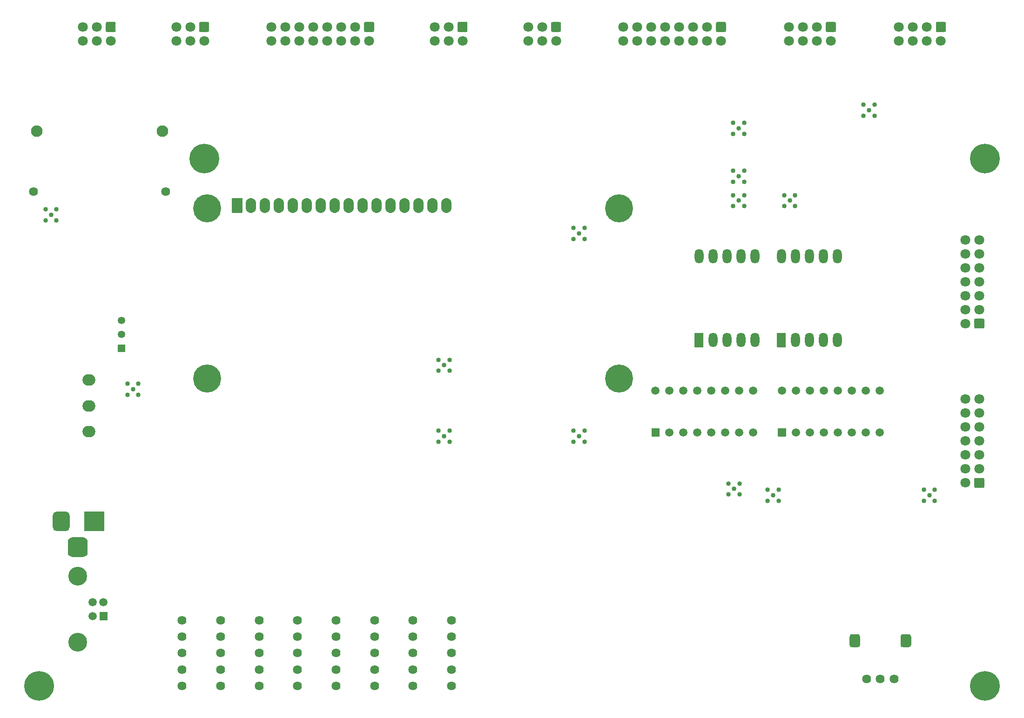
<source format=gbr>
G04 #@! TF.GenerationSoftware,KiCad,Pcbnew,(5.1.8)-1*
G04 #@! TF.CreationDate,2021-01-23T12:46:18+07:00*
G04 #@! TF.ProjectId,digitalSystemBoard,64696769-7461-46c5-9379-7374656d426f,rev?*
G04 #@! TF.SameCoordinates,PX2faf080PY9896800*
G04 #@! TF.FileFunction,Soldermask,Bot*
G04 #@! TF.FilePolarity,Negative*
%FSLAX46Y46*%
G04 Gerber Fmt 4.6, Leading zero omitted, Abs format (unit mm)*
G04 Created by KiCad (PCBNEW (5.1.8)-1) date 2021-01-23 12:46:18*
%MOMM*%
%LPD*%
G01*
G04 APERTURE LIST*
%ADD10O,2.352000X2.102000*%
%ADD11C,0.852000*%
%ADD12C,2.102000*%
%ADD13C,5.102000*%
%ADD14O,1.902000X2.702000*%
%ADD15O,1.626000X2.626000*%
%ADD16C,1.802000*%
%ADD17C,1.499000*%
%ADD18C,1.626000*%
%ADD19C,1.350000*%
%ADD20C,5.402000*%
%ADD21C,1.510000*%
%ADD22C,3.418000*%
%ADD23C,0.150000*%
G04 APERTURE END LIST*
D10*
X13000000Y50300000D03*
X13000000Y59700000D03*
X13000000Y55000000D03*
D11*
X21050000Y58050000D03*
X22050000Y59050000D03*
X20050000Y59050000D03*
X20050000Y57050000D03*
X22050000Y57050000D03*
X7150000Y88800000D03*
X5150000Y88800000D03*
X5150000Y90800000D03*
X7150000Y90800000D03*
X6150000Y89800000D03*
D12*
X3550000Y105000000D03*
X26450000Y105000000D03*
D13*
X109500000Y91000000D03*
X109500000Y60000000D03*
X34500000Y60000000D03*
X34500000Y91000000D03*
D14*
X78100000Y91500000D03*
X75560000Y91500000D03*
X73020000Y91500000D03*
X70480000Y91500000D03*
X67940000Y91500000D03*
X65400000Y91500000D03*
X62860000Y91500000D03*
X60320000Y91500000D03*
X57780000Y91500000D03*
X55240000Y91500000D03*
X52700000Y91500000D03*
X50160000Y91500000D03*
X47620000Y91500000D03*
X45080000Y91500000D03*
X42540000Y91500000D03*
G36*
G01*
X39049000Y90200000D02*
X39049000Y92800000D01*
G75*
G02*
X39100000Y92851000I51000J0D01*
G01*
X40900000Y92851000D01*
G75*
G02*
X40951000Y92800000I0J-51000D01*
G01*
X40951000Y90200000D01*
G75*
G02*
X40900000Y90149000I-51000J0D01*
G01*
X39100000Y90149000D01*
G75*
G02*
X39049000Y90200000I0J51000D01*
G01*
G37*
D11*
X77660000Y49470000D03*
X78660000Y50470000D03*
X76660000Y50470000D03*
X76660000Y48470000D03*
X78660000Y48470000D03*
X103210000Y48470000D03*
X101210000Y48470000D03*
X101210000Y50470000D03*
X103210000Y50470000D03*
X102210000Y49470000D03*
X130370000Y39890000D03*
X131370000Y40890000D03*
X129370000Y40890000D03*
X129370000Y38890000D03*
X131370000Y38890000D03*
X137470000Y38750000D03*
X138470000Y39750000D03*
X136470000Y39750000D03*
X136470000Y37750000D03*
X138470000Y37750000D03*
X166910000Y37750000D03*
X164910000Y37750000D03*
X164910000Y39750000D03*
X166910000Y39750000D03*
X165910000Y38750000D03*
X78660000Y61420000D03*
X76660000Y61420000D03*
X76660000Y63420000D03*
X78660000Y63420000D03*
X77660000Y62420000D03*
X131220000Y105540000D03*
X132220000Y106540000D03*
X130220000Y106540000D03*
X130220000Y104540000D03*
X132220000Y104540000D03*
X132220000Y95800000D03*
X130220000Y95800000D03*
X130220000Y97800000D03*
X132220000Y97800000D03*
X131220000Y96800000D03*
X140510000Y92390000D03*
X141510000Y93390000D03*
X139510000Y93390000D03*
X139510000Y91390000D03*
X141510000Y91390000D03*
X155950000Y107860000D03*
X153950000Y107860000D03*
X153950000Y109860000D03*
X155950000Y109860000D03*
X154950000Y108860000D03*
X132220000Y91390000D03*
X130220000Y91390000D03*
X130220000Y93390000D03*
X132220000Y93390000D03*
X131220000Y92390000D03*
X103210000Y85430000D03*
X101210000Y85430000D03*
X101210000Y87430000D03*
X103210000Y87430000D03*
X102210000Y86430000D03*
G36*
G01*
X123187000Y65738000D02*
X123187000Y68262000D01*
G75*
G02*
X123238000Y68313000I51000J0D01*
G01*
X124762000Y68313000D01*
G75*
G02*
X124813000Y68262000I0J-51000D01*
G01*
X124813000Y65738000D01*
G75*
G02*
X124762000Y65687000I-51000J0D01*
G01*
X123238000Y65687000D01*
G75*
G02*
X123187000Y65738000I0J51000D01*
G01*
G37*
D15*
X126540000Y67000000D03*
X129080000Y67000000D03*
X131620000Y67000000D03*
X134160000Y67000000D03*
X134160000Y82240000D03*
X131620000Y82240000D03*
X129080000Y82240000D03*
X126540000Y82240000D03*
X124000000Y82240000D03*
D16*
X92920000Y121460000D03*
X95460000Y121460000D03*
X98000000Y121460000D03*
X92920000Y124000000D03*
X95460000Y124000000D03*
G36*
G01*
X97364000Y124901000D02*
X98636000Y124901000D01*
G75*
G02*
X98901000Y124636000I0J-265000D01*
G01*
X98901000Y123364000D01*
G75*
G02*
X98636000Y123099000I-265000J0D01*
G01*
X97364000Y123099000D01*
G75*
G02*
X97099000Y123364000I0J265000D01*
G01*
X97099000Y124636000D01*
G75*
G02*
X97364000Y124901000I265000J0D01*
G01*
G37*
D17*
X116110000Y57810000D03*
X118650000Y57810000D03*
X133890000Y50190000D03*
X123730000Y57810000D03*
X126270000Y57810000D03*
X128810000Y57810000D03*
X131350000Y57810000D03*
X133890000Y57810000D03*
X131350000Y50190000D03*
X128810000Y50190000D03*
X126270000Y50190000D03*
X121190000Y57810000D03*
X123730000Y50190000D03*
X121190000Y50190000D03*
X118650000Y50190000D03*
G36*
G01*
X116808501Y49440500D02*
X115411499Y49440500D01*
G75*
G02*
X115360500Y49491499I0J50999D01*
G01*
X115360500Y50888501D01*
G75*
G02*
X115411499Y50939500I50999J0D01*
G01*
X116808501Y50939500D01*
G75*
G02*
X116859500Y50888501I0J-50999D01*
G01*
X116859500Y49491499D01*
G75*
G02*
X116808501Y49440500I-50999J0D01*
G01*
G37*
D18*
X79000000Y16000000D03*
X79000000Y4000000D03*
X79000000Y13000000D03*
X79000000Y7000000D03*
X79000000Y10000000D03*
X30000000Y16000000D03*
X30000000Y4000000D03*
X30000000Y13000000D03*
X30000000Y7000000D03*
X30000000Y10000000D03*
D16*
X28920000Y121460000D03*
X31460000Y121460000D03*
X34000000Y121460000D03*
X28920000Y124000000D03*
X31460000Y124000000D03*
G36*
G01*
X33364000Y124901000D02*
X34636000Y124901000D01*
G75*
G02*
X34901000Y124636000I0J-265000D01*
G01*
X34901000Y123364000D01*
G75*
G02*
X34636000Y123099000I-265000J0D01*
G01*
X33364000Y123099000D01*
G75*
G02*
X33099000Y123364000I0J265000D01*
G01*
X33099000Y124636000D01*
G75*
G02*
X33364000Y124901000I265000J0D01*
G01*
G37*
X11920000Y121460000D03*
X14460000Y121460000D03*
X17000000Y121460000D03*
X11920000Y124000000D03*
X14460000Y124000000D03*
G36*
G01*
X16364000Y124901000D02*
X17636000Y124901000D01*
G75*
G02*
X17901000Y124636000I0J-265000D01*
G01*
X17901000Y123364000D01*
G75*
G02*
X17636000Y123099000I-265000J0D01*
G01*
X16364000Y123099000D01*
G75*
G02*
X16099000Y123364000I0J265000D01*
G01*
X16099000Y124636000D01*
G75*
G02*
X16364000Y124901000I265000J0D01*
G01*
G37*
X75920000Y121460000D03*
X78460000Y121460000D03*
X81000000Y121460000D03*
X75920000Y124000000D03*
X78460000Y124000000D03*
G36*
G01*
X80364000Y124901000D02*
X81636000Y124901000D01*
G75*
G02*
X81901000Y124636000I0J-265000D01*
G01*
X81901000Y123364000D01*
G75*
G02*
X81636000Y123099000I-265000J0D01*
G01*
X80364000Y123099000D01*
G75*
G02*
X80099000Y123364000I0J265000D01*
G01*
X80099000Y124636000D01*
G75*
G02*
X80364000Y124901000I265000J0D01*
G01*
G37*
X46220000Y121460000D03*
X48760000Y121460000D03*
X51300000Y121460000D03*
X53840000Y121460000D03*
X56380000Y121460000D03*
X58920000Y121460000D03*
X61460000Y121460000D03*
X64000000Y121460000D03*
X46220000Y124000000D03*
X48760000Y124000000D03*
X51300000Y124000000D03*
X53840000Y124000000D03*
X56380000Y124000000D03*
X58920000Y124000000D03*
X61460000Y124000000D03*
G36*
G01*
X63364000Y124901000D02*
X64636000Y124901000D01*
G75*
G02*
X64901000Y124636000I0J-265000D01*
G01*
X64901000Y123364000D01*
G75*
G02*
X64636000Y123099000I-265000J0D01*
G01*
X63364000Y123099000D01*
G75*
G02*
X63099000Y123364000I0J265000D01*
G01*
X63099000Y124636000D01*
G75*
G02*
X63364000Y124901000I265000J0D01*
G01*
G37*
X172460000Y56240000D03*
X172460000Y53700000D03*
X172460000Y51160000D03*
X172460000Y48620000D03*
X172460000Y46080000D03*
X172460000Y43540000D03*
X172460000Y41000000D03*
X175000000Y56240000D03*
X175000000Y53700000D03*
X175000000Y51160000D03*
X175000000Y48620000D03*
X175000000Y46080000D03*
X175000000Y43540000D03*
G36*
G01*
X175901000Y41636000D02*
X175901000Y40364000D01*
G75*
G02*
X175636000Y40099000I-265000J0D01*
G01*
X174364000Y40099000D01*
G75*
G02*
X174099000Y40364000I0J265000D01*
G01*
X174099000Y41636000D01*
G75*
G02*
X174364000Y41901000I265000J0D01*
G01*
X175636000Y41901000D01*
G75*
G02*
X175901000Y41636000I0J-265000D01*
G01*
G37*
X172460000Y85240000D03*
X172460000Y82700000D03*
X172460000Y80160000D03*
X172460000Y77620000D03*
X172460000Y75080000D03*
X172460000Y72540000D03*
X172460000Y70000000D03*
X175000000Y85240000D03*
X175000000Y82700000D03*
X175000000Y80160000D03*
X175000000Y77620000D03*
X175000000Y75080000D03*
X175000000Y72540000D03*
G36*
G01*
X175901000Y70636000D02*
X175901000Y69364000D01*
G75*
G02*
X175636000Y69099000I-265000J0D01*
G01*
X174364000Y69099000D01*
G75*
G02*
X174099000Y69364000I0J265000D01*
G01*
X174099000Y70636000D01*
G75*
G02*
X174364000Y70901000I265000J0D01*
G01*
X175636000Y70901000D01*
G75*
G02*
X175901000Y70636000I0J-265000D01*
G01*
G37*
X110220000Y121460000D03*
X112760000Y121460000D03*
X115300000Y121460000D03*
X117840000Y121460000D03*
X120380000Y121460000D03*
X122920000Y121460000D03*
X125460000Y121460000D03*
X128000000Y121460000D03*
X110220000Y124000000D03*
X112760000Y124000000D03*
X115300000Y124000000D03*
X117840000Y124000000D03*
X120380000Y124000000D03*
X122920000Y124000000D03*
X125460000Y124000000D03*
G36*
G01*
X127364000Y124901000D02*
X128636000Y124901000D01*
G75*
G02*
X128901000Y124636000I0J-265000D01*
G01*
X128901000Y123364000D01*
G75*
G02*
X128636000Y123099000I-265000J0D01*
G01*
X127364000Y123099000D01*
G75*
G02*
X127099000Y123364000I0J265000D01*
G01*
X127099000Y124636000D01*
G75*
G02*
X127364000Y124901000I265000J0D01*
G01*
G37*
X140380000Y121460000D03*
X142920000Y121460000D03*
X145460000Y121460000D03*
X148000000Y121460000D03*
X140380000Y124000000D03*
X142920000Y124000000D03*
X145460000Y124000000D03*
G36*
G01*
X147364000Y124901000D02*
X148636000Y124901000D01*
G75*
G02*
X148901000Y124636000I0J-265000D01*
G01*
X148901000Y123364000D01*
G75*
G02*
X148636000Y123099000I-265000J0D01*
G01*
X147364000Y123099000D01*
G75*
G02*
X147099000Y123364000I0J265000D01*
G01*
X147099000Y124636000D01*
G75*
G02*
X147364000Y124901000I265000J0D01*
G01*
G37*
X160380000Y121460000D03*
X162920000Y121460000D03*
X165460000Y121460000D03*
X168000000Y121460000D03*
X160380000Y124000000D03*
X162920000Y124000000D03*
X165460000Y124000000D03*
G36*
G01*
X167364000Y124901000D02*
X168636000Y124901000D01*
G75*
G02*
X168901000Y124636000I0J-265000D01*
G01*
X168901000Y123364000D01*
G75*
G02*
X168636000Y123099000I-265000J0D01*
G01*
X167364000Y123099000D01*
G75*
G02*
X167099000Y123364000I0J265000D01*
G01*
X167099000Y124636000D01*
G75*
G02*
X167364000Y124901000I265000J0D01*
G01*
G37*
D19*
X19000000Y70540000D03*
X19000000Y68000000D03*
G36*
G01*
X19675000Y66084000D02*
X19675000Y64836000D01*
G75*
G02*
X19624000Y64785000I-51000J0D01*
G01*
X18376000Y64785000D01*
G75*
G02*
X18325000Y64836000I0J51000D01*
G01*
X18325000Y66084000D01*
G75*
G02*
X18376000Y66135000I51000J0D01*
G01*
X19624000Y66135000D01*
G75*
G02*
X19675000Y66084000I0J-51000D01*
G01*
G37*
G36*
G01*
X9199000Y28399500D02*
X9199000Y30200500D01*
G75*
G02*
X10099500Y31101000I900500J0D01*
G01*
X11900500Y31101000D01*
G75*
G02*
X12801000Y30200500I0J-900500D01*
G01*
X12801000Y28399500D01*
G75*
G02*
X11900500Y27499000I-900500J0D01*
G01*
X10099500Y27499000D01*
G75*
G02*
X9199000Y28399500I0J900500D01*
G01*
G37*
G36*
G01*
X6449000Y32974500D02*
X6449000Y35025500D01*
G75*
G02*
X7224500Y35801000I775500J0D01*
G01*
X8775500Y35801000D01*
G75*
G02*
X9551000Y35025500I0J-775500D01*
G01*
X9551000Y32974500D01*
G75*
G02*
X8775500Y32199000I-775500J0D01*
G01*
X7224500Y32199000D01*
G75*
G02*
X6449000Y32974500I0J775500D01*
G01*
G37*
G36*
G01*
X12199000Y32250000D02*
X12199000Y35750000D01*
G75*
G02*
X12250000Y35801000I51000J0D01*
G01*
X15750000Y35801000D01*
G75*
G02*
X15801000Y35750000I0J-51000D01*
G01*
X15801000Y32250000D01*
G75*
G02*
X15750000Y32199000I-51000J0D01*
G01*
X12250000Y32199000D01*
G75*
G02*
X12199000Y32250000I0J51000D01*
G01*
G37*
D18*
X27000000Y94000000D03*
X3000000Y94000000D03*
X37000000Y16000000D03*
X37000000Y4000000D03*
X37000000Y13000000D03*
X37000000Y7000000D03*
X37000000Y10000000D03*
X44000000Y16000000D03*
X44000000Y4000000D03*
X44000000Y13000000D03*
X44000000Y7000000D03*
X44000000Y10000000D03*
X51000000Y16000000D03*
X51000000Y4000000D03*
X51000000Y13000000D03*
X51000000Y7000000D03*
X51000000Y10000000D03*
X58000000Y16000000D03*
X58000000Y4000000D03*
X58000000Y13000000D03*
X58000000Y7000000D03*
X58000000Y10000000D03*
X65000000Y16000000D03*
X65000000Y4000000D03*
X65000000Y13000000D03*
X65000000Y7000000D03*
X65000000Y10000000D03*
X72000000Y16000000D03*
X72000000Y4000000D03*
X72000000Y13000000D03*
X72000000Y7000000D03*
X72000000Y10000000D03*
G36*
G01*
X162601000Y12985500D02*
X162601000Y11534500D01*
G75*
G02*
X162125500Y11059000I-475500J0D01*
G01*
X161174500Y11059000D01*
G75*
G02*
X160699000Y11534500I0J475500D01*
G01*
X160699000Y12985500D01*
G75*
G02*
X161174500Y13461000I475500J0D01*
G01*
X162125500Y13461000D01*
G75*
G02*
X162601000Y12985500I0J-475500D01*
G01*
G37*
G36*
G01*
X153301000Y12985500D02*
X153301000Y11534500D01*
G75*
G02*
X152825500Y11059000I-475500J0D01*
G01*
X151874500Y11059000D01*
G75*
G02*
X151399000Y11534500I0J475500D01*
G01*
X151399000Y12985500D01*
G75*
G02*
X151874500Y13461000I475500J0D01*
G01*
X152825500Y13461000D01*
G75*
G02*
X153301000Y12985500I0J-475500D01*
G01*
G37*
X157000000Y5260000D03*
X154540000Y5260000D03*
X159540000Y5260000D03*
D20*
X176000000Y100000000D03*
X34000000Y100000000D03*
X176000000Y4000000D03*
X4000000Y4000000D03*
D17*
X139110000Y57810000D03*
X141650000Y57810000D03*
X156890000Y50190000D03*
X146730000Y57810000D03*
X149270000Y57810000D03*
X151810000Y57810000D03*
X154350000Y57810000D03*
X156890000Y57810000D03*
X154350000Y50190000D03*
X151810000Y50190000D03*
X149270000Y50190000D03*
X144190000Y57810000D03*
X146730000Y50190000D03*
X144190000Y50190000D03*
X141650000Y50190000D03*
G36*
G01*
X139808501Y49440500D02*
X138411499Y49440500D01*
G75*
G02*
X138360500Y49491499I0J50999D01*
G01*
X138360500Y50888501D01*
G75*
G02*
X138411499Y50939500I50999J0D01*
G01*
X139808501Y50939500D01*
G75*
G02*
X139859500Y50888501I0J-50999D01*
G01*
X139859500Y49491499D01*
G75*
G02*
X139808501Y49440500I-50999J0D01*
G01*
G37*
G36*
G01*
X138187000Y65738000D02*
X138187000Y68262000D01*
G75*
G02*
X138238000Y68313000I51000J0D01*
G01*
X139762000Y68313000D01*
G75*
G02*
X139813000Y68262000I0J-51000D01*
G01*
X139813000Y65738000D01*
G75*
G02*
X139762000Y65687000I-51000J0D01*
G01*
X138238000Y65687000D01*
G75*
G02*
X138187000Y65738000I0J51000D01*
G01*
G37*
D15*
X141540000Y67000000D03*
X144080000Y67000000D03*
X146620000Y67000000D03*
X149160000Y67000000D03*
X149160000Y82240000D03*
X146620000Y82240000D03*
X144080000Y82240000D03*
X141540000Y82240000D03*
X139000000Y82240000D03*
G36*
G01*
X14996000Y17505000D02*
X16404000Y17505000D01*
G75*
G02*
X16455000Y17454000I0J-51000D01*
G01*
X16455000Y16046000D01*
G75*
G02*
X16404000Y15995000I-51000J0D01*
G01*
X14996000Y15995000D01*
G75*
G02*
X14945000Y16046000I0J51000D01*
G01*
X14945000Y17454000D01*
G75*
G02*
X14996000Y17505000I51000J0D01*
G01*
G37*
D21*
X15700000Y19250000D03*
X13700000Y19250000D03*
X13700000Y16750000D03*
D22*
X11000000Y24020000D03*
X11000000Y11980000D03*
D23*
G36*
X162602165Y11536126D02*
G01*
X162603000Y11534500D01*
X162603000Y11478140D01*
X162602990Y11477944D01*
X162594462Y11391349D01*
X162594386Y11390964D01*
X162570919Y11313607D01*
X162570769Y11313245D01*
X162532656Y11241940D01*
X162532438Y11241614D01*
X162481154Y11179123D01*
X162480877Y11178846D01*
X162418386Y11127562D01*
X162418060Y11127344D01*
X162346755Y11089231D01*
X162346393Y11089081D01*
X162269036Y11065614D01*
X162268651Y11065538D01*
X162182056Y11057010D01*
X162181860Y11057000D01*
X162125500Y11057000D01*
X162123768Y11058000D01*
X162123768Y11060000D01*
X162125304Y11060990D01*
X162217870Y11070107D01*
X162306697Y11097052D01*
X162388558Y11140807D01*
X162460308Y11199692D01*
X162519193Y11271442D01*
X162562948Y11353303D01*
X162589893Y11442130D01*
X162599010Y11534696D01*
X162600175Y11536322D01*
X162602165Y11536126D01*
G37*
G36*
X153302165Y11536126D02*
G01*
X153303000Y11534500D01*
X153303000Y11478140D01*
X153302990Y11477944D01*
X153294462Y11391349D01*
X153294386Y11390964D01*
X153270919Y11313607D01*
X153270769Y11313245D01*
X153232656Y11241940D01*
X153232438Y11241614D01*
X153181154Y11179123D01*
X153180877Y11178846D01*
X153118386Y11127562D01*
X153118060Y11127344D01*
X153046755Y11089231D01*
X153046393Y11089081D01*
X152969036Y11065614D01*
X152968651Y11065538D01*
X152882056Y11057010D01*
X152881860Y11057000D01*
X152825500Y11057000D01*
X152823768Y11058000D01*
X152823768Y11060000D01*
X152825304Y11060990D01*
X152917870Y11070107D01*
X153006697Y11097052D01*
X153088558Y11140807D01*
X153160308Y11199692D01*
X153219193Y11271442D01*
X153262948Y11353303D01*
X153289893Y11442130D01*
X153299010Y11534696D01*
X153300175Y11536322D01*
X153302165Y11536126D01*
G37*
G36*
X160700990Y11534696D02*
G01*
X160710107Y11442130D01*
X160737052Y11353303D01*
X160780807Y11271442D01*
X160839692Y11199692D01*
X160911442Y11140807D01*
X160993303Y11097052D01*
X161082130Y11070107D01*
X161174696Y11060990D01*
X161176322Y11059825D01*
X161176126Y11057835D01*
X161174500Y11057000D01*
X161118140Y11057000D01*
X161117944Y11057010D01*
X161031349Y11065538D01*
X161030964Y11065614D01*
X160953607Y11089081D01*
X160953245Y11089231D01*
X160881940Y11127344D01*
X160881614Y11127562D01*
X160819123Y11178846D01*
X160818846Y11179123D01*
X160767562Y11241614D01*
X160767344Y11241940D01*
X160729231Y11313245D01*
X160729081Y11313607D01*
X160705614Y11390964D01*
X160705538Y11391349D01*
X160697010Y11477944D01*
X160697000Y11478140D01*
X160697000Y11534500D01*
X160698000Y11536232D01*
X160700000Y11536232D01*
X160700990Y11534696D01*
G37*
G36*
X151400990Y11534696D02*
G01*
X151410107Y11442130D01*
X151437052Y11353303D01*
X151480807Y11271442D01*
X151539692Y11199692D01*
X151611442Y11140807D01*
X151693303Y11097052D01*
X151782130Y11070107D01*
X151874696Y11060990D01*
X151876322Y11059825D01*
X151876126Y11057835D01*
X151874500Y11057000D01*
X151818140Y11057000D01*
X151817944Y11057010D01*
X151731349Y11065538D01*
X151730964Y11065614D01*
X151653607Y11089081D01*
X151653245Y11089231D01*
X151581940Y11127344D01*
X151581614Y11127562D01*
X151519123Y11178846D01*
X151518846Y11179123D01*
X151467562Y11241614D01*
X151467344Y11241940D01*
X151429231Y11313245D01*
X151429081Y11313607D01*
X151405614Y11390964D01*
X151405538Y11391349D01*
X151397010Y11477944D01*
X151397000Y11478140D01*
X151397000Y11534500D01*
X151398000Y11536232D01*
X151400000Y11536232D01*
X151400990Y11534696D01*
G37*
G36*
X161176232Y13462000D02*
G01*
X161176232Y13460000D01*
X161174696Y13459010D01*
X161082130Y13449893D01*
X160993303Y13422948D01*
X160911442Y13379193D01*
X160839692Y13320308D01*
X160780807Y13248558D01*
X160737052Y13166697D01*
X160710107Y13077870D01*
X160700990Y12985304D01*
X160699825Y12983678D01*
X160697835Y12983874D01*
X160697000Y12985500D01*
X160697000Y13041860D01*
X160697010Y13042056D01*
X160705538Y13128651D01*
X160705614Y13129036D01*
X160729081Y13206393D01*
X160729231Y13206755D01*
X160767344Y13278060D01*
X160767562Y13278386D01*
X160818846Y13340877D01*
X160819123Y13341154D01*
X160881614Y13392438D01*
X160881940Y13392656D01*
X160953245Y13430769D01*
X160953607Y13430919D01*
X161030964Y13454386D01*
X161031349Y13454462D01*
X161117944Y13462990D01*
X161118140Y13463000D01*
X161174500Y13463000D01*
X161176232Y13462000D01*
G37*
G36*
X151876232Y13462000D02*
G01*
X151876232Y13460000D01*
X151874696Y13459010D01*
X151782130Y13449893D01*
X151693303Y13422948D01*
X151611442Y13379193D01*
X151539692Y13320308D01*
X151480807Y13248558D01*
X151437052Y13166697D01*
X151410107Y13077870D01*
X151400990Y12985304D01*
X151399825Y12983678D01*
X151397835Y12983874D01*
X151397000Y12985500D01*
X151397000Y13041860D01*
X151397010Y13042056D01*
X151405538Y13128651D01*
X151405614Y13129036D01*
X151429081Y13206393D01*
X151429231Y13206755D01*
X151467344Y13278060D01*
X151467562Y13278386D01*
X151518846Y13340877D01*
X151519123Y13341154D01*
X151581614Y13392438D01*
X151581940Y13392656D01*
X151653245Y13430769D01*
X151653607Y13430919D01*
X151730964Y13454386D01*
X151731349Y13454462D01*
X151817944Y13462990D01*
X151818140Y13463000D01*
X151874500Y13463000D01*
X151876232Y13462000D01*
G37*
G36*
X152882056Y13462990D02*
G01*
X152968651Y13454462D01*
X152969036Y13454386D01*
X153046393Y13430919D01*
X153046755Y13430769D01*
X153118060Y13392656D01*
X153118386Y13392438D01*
X153180877Y13341154D01*
X153181154Y13340877D01*
X153232438Y13278386D01*
X153232656Y13278060D01*
X153270769Y13206755D01*
X153270919Y13206393D01*
X153294386Y13129036D01*
X153294462Y13128651D01*
X153302990Y13042056D01*
X153303000Y13041860D01*
X153303000Y12985500D01*
X153302000Y12983768D01*
X153300000Y12983768D01*
X153299010Y12985304D01*
X153289893Y13077870D01*
X153262948Y13166697D01*
X153219193Y13248558D01*
X153160308Y13320308D01*
X153088558Y13379193D01*
X153006697Y13422948D01*
X152917870Y13449893D01*
X152825304Y13459010D01*
X152823678Y13460175D01*
X152823874Y13462165D01*
X152825500Y13463000D01*
X152881860Y13463000D01*
X152882056Y13462990D01*
G37*
G36*
X162182056Y13462990D02*
G01*
X162268651Y13454462D01*
X162269036Y13454386D01*
X162346393Y13430919D01*
X162346755Y13430769D01*
X162418060Y13392656D01*
X162418386Y13392438D01*
X162480877Y13341154D01*
X162481154Y13340877D01*
X162532438Y13278386D01*
X162532656Y13278060D01*
X162570769Y13206755D01*
X162570919Y13206393D01*
X162594386Y13129036D01*
X162594462Y13128651D01*
X162602990Y13042056D01*
X162603000Y13041860D01*
X162603000Y12985500D01*
X162602000Y12983768D01*
X162600000Y12983768D01*
X162599010Y12985304D01*
X162589893Y13077870D01*
X162562948Y13166697D01*
X162519193Y13248558D01*
X162460308Y13320308D01*
X162388558Y13379193D01*
X162306697Y13422948D01*
X162217870Y13449893D01*
X162125304Y13459010D01*
X162123678Y13460175D01*
X162123874Y13462165D01*
X162125500Y13463000D01*
X162181860Y13463000D01*
X162182056Y13462990D01*
G37*
G36*
X12802165Y28401126D02*
G01*
X12803000Y28399500D01*
X12803000Y28343140D01*
X12802990Y28342944D01*
X12786295Y28173438D01*
X12786219Y28173053D01*
X12738565Y28015959D01*
X12738415Y28015597D01*
X12661033Y27870826D01*
X12660815Y27870500D01*
X12556674Y27743603D01*
X12556397Y27743326D01*
X12429500Y27639185D01*
X12429174Y27638967D01*
X12284403Y27561585D01*
X12284041Y27561435D01*
X12126947Y27513781D01*
X12126562Y27513705D01*
X11957056Y27497010D01*
X11956860Y27497000D01*
X11900500Y27497000D01*
X11898768Y27498000D01*
X11898768Y27500000D01*
X11900304Y27500990D01*
X12075784Y27518273D01*
X12244337Y27569403D01*
X12399675Y27652433D01*
X12535829Y27764171D01*
X12647567Y27900325D01*
X12730597Y28055663D01*
X12781727Y28224216D01*
X12799010Y28399696D01*
X12800175Y28401322D01*
X12802165Y28401126D01*
G37*
G36*
X9200990Y28399696D02*
G01*
X9218273Y28224216D01*
X9269403Y28055663D01*
X9352433Y27900325D01*
X9464171Y27764171D01*
X9600325Y27652433D01*
X9755663Y27569403D01*
X9924216Y27518273D01*
X10099696Y27500990D01*
X10101322Y27499825D01*
X10101126Y27497835D01*
X10099500Y27497000D01*
X10043140Y27497000D01*
X10042944Y27497010D01*
X9873438Y27513705D01*
X9873053Y27513781D01*
X9715959Y27561435D01*
X9715597Y27561585D01*
X9570826Y27638967D01*
X9570500Y27639185D01*
X9443603Y27743326D01*
X9443326Y27743603D01*
X9339185Y27870500D01*
X9338967Y27870826D01*
X9261585Y28015597D01*
X9261435Y28015959D01*
X9213781Y28173053D01*
X9213705Y28173438D01*
X9197010Y28342944D01*
X9197000Y28343140D01*
X9197000Y28399500D01*
X9198000Y28401232D01*
X9200000Y28401232D01*
X9200990Y28399696D01*
G37*
G36*
X10101232Y31102000D02*
G01*
X10101232Y31100000D01*
X10099696Y31099010D01*
X9924216Y31081727D01*
X9755663Y31030597D01*
X9600325Y30947567D01*
X9464171Y30835829D01*
X9352433Y30699675D01*
X9269403Y30544337D01*
X9218273Y30375784D01*
X9200990Y30200304D01*
X9199825Y30198678D01*
X9197835Y30198874D01*
X9197000Y30200500D01*
X9197000Y30256860D01*
X9197010Y30257056D01*
X9213705Y30426562D01*
X9213781Y30426947D01*
X9261435Y30584041D01*
X9261585Y30584403D01*
X9338967Y30729174D01*
X9339185Y30729500D01*
X9443326Y30856397D01*
X9443603Y30856674D01*
X9570500Y30960815D01*
X9570826Y30961033D01*
X9715597Y31038415D01*
X9715959Y31038565D01*
X9873053Y31086219D01*
X9873438Y31086295D01*
X10042944Y31102990D01*
X10043140Y31103000D01*
X10099500Y31103000D01*
X10101232Y31102000D01*
G37*
G36*
X11957056Y31102990D02*
G01*
X12126562Y31086295D01*
X12126947Y31086219D01*
X12284041Y31038565D01*
X12284403Y31038415D01*
X12429174Y30961033D01*
X12429500Y30960815D01*
X12556397Y30856674D01*
X12556674Y30856397D01*
X12660815Y30729500D01*
X12661033Y30729174D01*
X12738415Y30584403D01*
X12738565Y30584041D01*
X12786219Y30426947D01*
X12786295Y30426562D01*
X12802990Y30257056D01*
X12803000Y30256860D01*
X12803000Y30200500D01*
X12802000Y30198768D01*
X12800000Y30198768D01*
X12799010Y30200304D01*
X12781727Y30375784D01*
X12730597Y30544337D01*
X12647567Y30699675D01*
X12535829Y30835829D01*
X12399675Y30947567D01*
X12244337Y31030597D01*
X12075784Y31081727D01*
X11900304Y31099010D01*
X11898678Y31100175D01*
X11898874Y31102165D01*
X11900500Y31103000D01*
X11956860Y31103000D01*
X11957056Y31102990D01*
G37*
G36*
X6450990Y32974696D02*
G01*
X6465871Y32823602D01*
X6509888Y32678498D01*
X6581366Y32544771D01*
X6677560Y32427560D01*
X6794771Y32331366D01*
X6928498Y32259888D01*
X7073602Y32215871D01*
X7224696Y32200990D01*
X7226322Y32199825D01*
X7226126Y32197835D01*
X7224500Y32197000D01*
X7168140Y32197000D01*
X7167944Y32197010D01*
X7022825Y32211303D01*
X7022440Y32211379D01*
X6888794Y32251920D01*
X6888432Y32252070D01*
X6765273Y32317900D01*
X6764947Y32318118D01*
X6656991Y32406714D01*
X6656714Y32406991D01*
X6568118Y32514947D01*
X6567900Y32515273D01*
X6502070Y32638432D01*
X6501920Y32638794D01*
X6461379Y32772440D01*
X6461303Y32772825D01*
X6447010Y32917944D01*
X6447000Y32918140D01*
X6447000Y32974500D01*
X6448000Y32976232D01*
X6450000Y32976232D01*
X6450990Y32974696D01*
G37*
G36*
X9552165Y32976126D02*
G01*
X9553000Y32974500D01*
X9553000Y32918140D01*
X9552990Y32917944D01*
X9538697Y32772825D01*
X9538621Y32772440D01*
X9498080Y32638794D01*
X9497930Y32638432D01*
X9432100Y32515273D01*
X9431882Y32514947D01*
X9343286Y32406991D01*
X9343009Y32406714D01*
X9235053Y32318118D01*
X9234727Y32317900D01*
X9111568Y32252070D01*
X9111206Y32251920D01*
X8977560Y32211379D01*
X8977175Y32211303D01*
X8832056Y32197010D01*
X8831860Y32197000D01*
X8775500Y32197000D01*
X8773768Y32198000D01*
X8773768Y32200000D01*
X8775304Y32200990D01*
X8926398Y32215871D01*
X9071502Y32259888D01*
X9205229Y32331366D01*
X9322440Y32427560D01*
X9418634Y32544771D01*
X9490112Y32678498D01*
X9534129Y32823602D01*
X9549010Y32974696D01*
X9550175Y32976322D01*
X9552165Y32976126D01*
G37*
G36*
X7226232Y35802000D02*
G01*
X7226232Y35800000D01*
X7224696Y35799010D01*
X7073602Y35784129D01*
X6928498Y35740112D01*
X6794771Y35668634D01*
X6677560Y35572440D01*
X6581366Y35455229D01*
X6509888Y35321502D01*
X6465871Y35176398D01*
X6450990Y35025304D01*
X6449825Y35023678D01*
X6447835Y35023874D01*
X6447000Y35025500D01*
X6447000Y35081860D01*
X6447010Y35082056D01*
X6461303Y35227175D01*
X6461379Y35227560D01*
X6501920Y35361206D01*
X6502070Y35361568D01*
X6567900Y35484727D01*
X6568118Y35485053D01*
X6656714Y35593009D01*
X6656991Y35593286D01*
X6764947Y35681882D01*
X6765273Y35682100D01*
X6888432Y35747930D01*
X6888794Y35748080D01*
X7022440Y35788621D01*
X7022825Y35788697D01*
X7167944Y35802990D01*
X7168140Y35803000D01*
X7224500Y35803000D01*
X7226232Y35802000D01*
G37*
G36*
X8832056Y35802990D02*
G01*
X8977175Y35788697D01*
X8977560Y35788621D01*
X9111206Y35748080D01*
X9111568Y35747930D01*
X9234727Y35682100D01*
X9235053Y35681882D01*
X9343009Y35593286D01*
X9343286Y35593009D01*
X9431882Y35485053D01*
X9432100Y35484727D01*
X9497930Y35361568D01*
X9498080Y35361206D01*
X9538621Y35227560D01*
X9538697Y35227175D01*
X9552990Y35082056D01*
X9553000Y35081860D01*
X9553000Y35025500D01*
X9552000Y35023768D01*
X9550000Y35023768D01*
X9549010Y35025304D01*
X9534129Y35176398D01*
X9490112Y35321502D01*
X9418634Y35455229D01*
X9322440Y35572440D01*
X9205229Y35668634D01*
X9071502Y35740112D01*
X8926398Y35784129D01*
X8775304Y35799010D01*
X8773678Y35800175D01*
X8773874Y35802165D01*
X8775500Y35803000D01*
X8831860Y35803000D01*
X8832056Y35802990D01*
G37*
G36*
X175902165Y40365626D02*
G01*
X175903000Y40364000D01*
X175903000Y40281903D01*
X175902990Y40281707D01*
X175899001Y40241204D01*
X175898925Y40240819D01*
X175888899Y40207767D01*
X175888749Y40207405D01*
X175872472Y40176954D01*
X175872254Y40176628D01*
X175850345Y40149932D01*
X175850068Y40149655D01*
X175823372Y40127746D01*
X175823046Y40127528D01*
X175792595Y40111251D01*
X175792233Y40111101D01*
X175759181Y40101075D01*
X175758796Y40100999D01*
X175718293Y40097010D01*
X175718097Y40097000D01*
X175636000Y40097000D01*
X175634268Y40098000D01*
X175634268Y40100000D01*
X175635804Y40100990D01*
X175687304Y40106062D01*
X175736642Y40121029D01*
X175782110Y40145332D01*
X175821962Y40178038D01*
X175854668Y40217890D01*
X175878971Y40263358D01*
X175893938Y40312696D01*
X175899010Y40364196D01*
X175900175Y40365822D01*
X175902165Y40365626D01*
G37*
G36*
X174100990Y40364196D02*
G01*
X174106062Y40312696D01*
X174121029Y40263358D01*
X174145332Y40217890D01*
X174178038Y40178038D01*
X174217890Y40145332D01*
X174263358Y40121029D01*
X174312696Y40106062D01*
X174364196Y40100990D01*
X174365822Y40099825D01*
X174365626Y40097835D01*
X174364000Y40097000D01*
X174281903Y40097000D01*
X174281707Y40097010D01*
X174241204Y40100999D01*
X174240819Y40101075D01*
X174207767Y40111101D01*
X174207405Y40111251D01*
X174176954Y40127528D01*
X174176628Y40127746D01*
X174149932Y40149655D01*
X174149655Y40149932D01*
X174127746Y40176628D01*
X174127528Y40176954D01*
X174111251Y40207405D01*
X174111101Y40207767D01*
X174101075Y40240819D01*
X174100999Y40241204D01*
X174097010Y40281707D01*
X174097000Y40281903D01*
X174097000Y40364000D01*
X174098000Y40365732D01*
X174100000Y40365732D01*
X174100990Y40364196D01*
G37*
G36*
X174365732Y41902000D02*
G01*
X174365732Y41900000D01*
X174364196Y41899010D01*
X174312696Y41893938D01*
X174263358Y41878971D01*
X174217890Y41854668D01*
X174178038Y41821962D01*
X174145332Y41782110D01*
X174121029Y41736642D01*
X174106062Y41687304D01*
X174100990Y41635804D01*
X174099825Y41634178D01*
X174097835Y41634374D01*
X174097000Y41636000D01*
X174097000Y41718097D01*
X174097010Y41718293D01*
X174100999Y41758796D01*
X174101075Y41759181D01*
X174111101Y41792233D01*
X174111251Y41792595D01*
X174127528Y41823046D01*
X174127746Y41823372D01*
X174149655Y41850068D01*
X174149932Y41850345D01*
X174176628Y41872254D01*
X174176954Y41872472D01*
X174207405Y41888749D01*
X174207767Y41888899D01*
X174240819Y41898925D01*
X174241204Y41899001D01*
X174281707Y41902990D01*
X174281903Y41903000D01*
X174364000Y41903000D01*
X174365732Y41902000D01*
G37*
G36*
X175718293Y41902990D02*
G01*
X175758796Y41899001D01*
X175759181Y41898925D01*
X175792233Y41888899D01*
X175792595Y41888749D01*
X175823046Y41872472D01*
X175823372Y41872254D01*
X175850068Y41850345D01*
X175850345Y41850068D01*
X175872254Y41823372D01*
X175872472Y41823046D01*
X175888749Y41792595D01*
X175888899Y41792233D01*
X175898925Y41759181D01*
X175899001Y41758796D01*
X175902990Y41718293D01*
X175903000Y41718097D01*
X175903000Y41636000D01*
X175902000Y41634268D01*
X175900000Y41634268D01*
X175899010Y41635804D01*
X175893938Y41687304D01*
X175878971Y41736642D01*
X175854668Y41782110D01*
X175821962Y41821962D01*
X175782110Y41854668D01*
X175736642Y41878971D01*
X175687304Y41893938D01*
X175635804Y41899010D01*
X175634178Y41900175D01*
X175634374Y41902165D01*
X175636000Y41903000D01*
X175718097Y41903000D01*
X175718293Y41902990D01*
G37*
G36*
X174100990Y69364196D02*
G01*
X174106062Y69312696D01*
X174121029Y69263358D01*
X174145332Y69217890D01*
X174178038Y69178038D01*
X174217890Y69145332D01*
X174263358Y69121029D01*
X174312696Y69106062D01*
X174364196Y69100990D01*
X174365822Y69099825D01*
X174365626Y69097835D01*
X174364000Y69097000D01*
X174281903Y69097000D01*
X174281707Y69097010D01*
X174241204Y69100999D01*
X174240819Y69101075D01*
X174207767Y69111101D01*
X174207405Y69111251D01*
X174176954Y69127528D01*
X174176628Y69127746D01*
X174149932Y69149655D01*
X174149655Y69149932D01*
X174127746Y69176628D01*
X174127528Y69176954D01*
X174111251Y69207405D01*
X174111101Y69207767D01*
X174101075Y69240819D01*
X174100999Y69241204D01*
X174097010Y69281707D01*
X174097000Y69281903D01*
X174097000Y69364000D01*
X174098000Y69365732D01*
X174100000Y69365732D01*
X174100990Y69364196D01*
G37*
G36*
X175902165Y69365626D02*
G01*
X175903000Y69364000D01*
X175903000Y69281903D01*
X175902990Y69281707D01*
X175899001Y69241204D01*
X175898925Y69240819D01*
X175888899Y69207767D01*
X175888749Y69207405D01*
X175872472Y69176954D01*
X175872254Y69176628D01*
X175850345Y69149932D01*
X175850068Y69149655D01*
X175823372Y69127746D01*
X175823046Y69127528D01*
X175792595Y69111251D01*
X175792233Y69111101D01*
X175759181Y69101075D01*
X175758796Y69100999D01*
X175718293Y69097010D01*
X175718097Y69097000D01*
X175636000Y69097000D01*
X175634268Y69098000D01*
X175634268Y69100000D01*
X175635804Y69100990D01*
X175687304Y69106062D01*
X175736642Y69121029D01*
X175782110Y69145332D01*
X175821962Y69178038D01*
X175854668Y69217890D01*
X175878971Y69263358D01*
X175893938Y69312696D01*
X175899010Y69364196D01*
X175900175Y69365822D01*
X175902165Y69365626D01*
G37*
G36*
X174365732Y70902000D02*
G01*
X174365732Y70900000D01*
X174364196Y70899010D01*
X174312696Y70893938D01*
X174263358Y70878971D01*
X174217890Y70854668D01*
X174178038Y70821962D01*
X174145332Y70782110D01*
X174121029Y70736642D01*
X174106062Y70687304D01*
X174100990Y70635804D01*
X174099825Y70634178D01*
X174097835Y70634374D01*
X174097000Y70636000D01*
X174097000Y70718097D01*
X174097010Y70718293D01*
X174100999Y70758796D01*
X174101075Y70759181D01*
X174111101Y70792233D01*
X174111251Y70792595D01*
X174127528Y70823046D01*
X174127746Y70823372D01*
X174149655Y70850068D01*
X174149932Y70850345D01*
X174176628Y70872254D01*
X174176954Y70872472D01*
X174207405Y70888749D01*
X174207767Y70888899D01*
X174240819Y70898925D01*
X174241204Y70899001D01*
X174281707Y70902990D01*
X174281903Y70903000D01*
X174364000Y70903000D01*
X174365732Y70902000D01*
G37*
G36*
X175718293Y70902990D02*
G01*
X175758796Y70899001D01*
X175759181Y70898925D01*
X175792233Y70888899D01*
X175792595Y70888749D01*
X175823046Y70872472D01*
X175823372Y70872254D01*
X175850068Y70850345D01*
X175850345Y70850068D01*
X175872254Y70823372D01*
X175872472Y70823046D01*
X175888749Y70792595D01*
X175888899Y70792233D01*
X175898925Y70759181D01*
X175899001Y70758796D01*
X175902990Y70718293D01*
X175903000Y70718097D01*
X175903000Y70636000D01*
X175902000Y70634268D01*
X175900000Y70634268D01*
X175899010Y70635804D01*
X175893938Y70687304D01*
X175878971Y70736642D01*
X175854668Y70782110D01*
X175821962Y70821962D01*
X175782110Y70854668D01*
X175736642Y70878971D01*
X175687304Y70893938D01*
X175635804Y70899010D01*
X175634178Y70900175D01*
X175634374Y70902165D01*
X175636000Y70903000D01*
X175718097Y70903000D01*
X175718293Y70902990D01*
G37*
G36*
X80100990Y123364196D02*
G01*
X80106062Y123312696D01*
X80121029Y123263358D01*
X80145332Y123217890D01*
X80178038Y123178038D01*
X80217890Y123145332D01*
X80263358Y123121029D01*
X80312696Y123106062D01*
X80364196Y123100990D01*
X80365822Y123099825D01*
X80365626Y123097835D01*
X80364000Y123097000D01*
X80281903Y123097000D01*
X80281707Y123097010D01*
X80241204Y123100999D01*
X80240819Y123101075D01*
X80207767Y123111101D01*
X80207405Y123111251D01*
X80176954Y123127528D01*
X80176628Y123127746D01*
X80149932Y123149655D01*
X80149655Y123149932D01*
X80127746Y123176628D01*
X80127528Y123176954D01*
X80111251Y123207405D01*
X80111101Y123207767D01*
X80101075Y123240819D01*
X80100999Y123241204D01*
X80097010Y123281707D01*
X80097000Y123281903D01*
X80097000Y123364000D01*
X80098000Y123365732D01*
X80100000Y123365732D01*
X80100990Y123364196D01*
G37*
G36*
X17902165Y123365626D02*
G01*
X17903000Y123364000D01*
X17903000Y123281903D01*
X17902990Y123281707D01*
X17899001Y123241204D01*
X17898925Y123240819D01*
X17888899Y123207767D01*
X17888749Y123207405D01*
X17872472Y123176954D01*
X17872254Y123176628D01*
X17850345Y123149932D01*
X17850068Y123149655D01*
X17823372Y123127746D01*
X17823046Y123127528D01*
X17792595Y123111251D01*
X17792233Y123111101D01*
X17759181Y123101075D01*
X17758796Y123100999D01*
X17718293Y123097010D01*
X17718097Y123097000D01*
X17636000Y123097000D01*
X17634268Y123098000D01*
X17634268Y123100000D01*
X17635804Y123100990D01*
X17687304Y123106062D01*
X17736642Y123121029D01*
X17782110Y123145332D01*
X17821962Y123178038D01*
X17854668Y123217890D01*
X17878971Y123263358D01*
X17893938Y123312696D01*
X17899010Y123364196D01*
X17900175Y123365822D01*
X17902165Y123365626D01*
G37*
G36*
X34902165Y123365626D02*
G01*
X34903000Y123364000D01*
X34903000Y123281903D01*
X34902990Y123281707D01*
X34899001Y123241204D01*
X34898925Y123240819D01*
X34888899Y123207767D01*
X34888749Y123207405D01*
X34872472Y123176954D01*
X34872254Y123176628D01*
X34850345Y123149932D01*
X34850068Y123149655D01*
X34823372Y123127746D01*
X34823046Y123127528D01*
X34792595Y123111251D01*
X34792233Y123111101D01*
X34759181Y123101075D01*
X34758796Y123100999D01*
X34718293Y123097010D01*
X34718097Y123097000D01*
X34636000Y123097000D01*
X34634268Y123098000D01*
X34634268Y123100000D01*
X34635804Y123100990D01*
X34687304Y123106062D01*
X34736642Y123121029D01*
X34782110Y123145332D01*
X34821962Y123178038D01*
X34854668Y123217890D01*
X34878971Y123263358D01*
X34893938Y123312696D01*
X34899010Y123364196D01*
X34900175Y123365822D01*
X34902165Y123365626D01*
G37*
G36*
X127100990Y123364196D02*
G01*
X127106062Y123312696D01*
X127121029Y123263358D01*
X127145332Y123217890D01*
X127178038Y123178038D01*
X127217890Y123145332D01*
X127263358Y123121029D01*
X127312696Y123106062D01*
X127364196Y123100990D01*
X127365822Y123099825D01*
X127365626Y123097835D01*
X127364000Y123097000D01*
X127281903Y123097000D01*
X127281707Y123097010D01*
X127241204Y123100999D01*
X127240819Y123101075D01*
X127207767Y123111101D01*
X127207405Y123111251D01*
X127176954Y123127528D01*
X127176628Y123127746D01*
X127149932Y123149655D01*
X127149655Y123149932D01*
X127127746Y123176628D01*
X127127528Y123176954D01*
X127111251Y123207405D01*
X127111101Y123207767D01*
X127101075Y123240819D01*
X127100999Y123241204D01*
X127097010Y123281707D01*
X127097000Y123281903D01*
X127097000Y123364000D01*
X127098000Y123365732D01*
X127100000Y123365732D01*
X127100990Y123364196D01*
G37*
G36*
X167100990Y123364196D02*
G01*
X167106062Y123312696D01*
X167121029Y123263358D01*
X167145332Y123217890D01*
X167178038Y123178038D01*
X167217890Y123145332D01*
X167263358Y123121029D01*
X167312696Y123106062D01*
X167364196Y123100990D01*
X167365822Y123099825D01*
X167365626Y123097835D01*
X167364000Y123097000D01*
X167281903Y123097000D01*
X167281707Y123097010D01*
X167241204Y123100999D01*
X167240819Y123101075D01*
X167207767Y123111101D01*
X167207405Y123111251D01*
X167176954Y123127528D01*
X167176628Y123127746D01*
X167149932Y123149655D01*
X167149655Y123149932D01*
X167127746Y123176628D01*
X167127528Y123176954D01*
X167111251Y123207405D01*
X167111101Y123207767D01*
X167101075Y123240819D01*
X167100999Y123241204D01*
X167097010Y123281707D01*
X167097000Y123281903D01*
X167097000Y123364000D01*
X167098000Y123365732D01*
X167100000Y123365732D01*
X167100990Y123364196D01*
G37*
G36*
X64902165Y123365626D02*
G01*
X64903000Y123364000D01*
X64903000Y123281903D01*
X64902990Y123281707D01*
X64899001Y123241204D01*
X64898925Y123240819D01*
X64888899Y123207767D01*
X64888749Y123207405D01*
X64872472Y123176954D01*
X64872254Y123176628D01*
X64850345Y123149932D01*
X64850068Y123149655D01*
X64823372Y123127746D01*
X64823046Y123127528D01*
X64792595Y123111251D01*
X64792233Y123111101D01*
X64759181Y123101075D01*
X64758796Y123100999D01*
X64718293Y123097010D01*
X64718097Y123097000D01*
X64636000Y123097000D01*
X64634268Y123098000D01*
X64634268Y123100000D01*
X64635804Y123100990D01*
X64687304Y123106062D01*
X64736642Y123121029D01*
X64782110Y123145332D01*
X64821962Y123178038D01*
X64854668Y123217890D01*
X64878971Y123263358D01*
X64893938Y123312696D01*
X64899010Y123364196D01*
X64900175Y123365822D01*
X64902165Y123365626D01*
G37*
G36*
X81902165Y123365626D02*
G01*
X81903000Y123364000D01*
X81903000Y123281903D01*
X81902990Y123281707D01*
X81899001Y123241204D01*
X81898925Y123240819D01*
X81888899Y123207767D01*
X81888749Y123207405D01*
X81872472Y123176954D01*
X81872254Y123176628D01*
X81850345Y123149932D01*
X81850068Y123149655D01*
X81823372Y123127746D01*
X81823046Y123127528D01*
X81792595Y123111251D01*
X81792233Y123111101D01*
X81759181Y123101075D01*
X81758796Y123100999D01*
X81718293Y123097010D01*
X81718097Y123097000D01*
X81636000Y123097000D01*
X81634268Y123098000D01*
X81634268Y123100000D01*
X81635804Y123100990D01*
X81687304Y123106062D01*
X81736642Y123121029D01*
X81782110Y123145332D01*
X81821962Y123178038D01*
X81854668Y123217890D01*
X81878971Y123263358D01*
X81893938Y123312696D01*
X81899010Y123364196D01*
X81900175Y123365822D01*
X81902165Y123365626D01*
G37*
G36*
X98902165Y123365626D02*
G01*
X98903000Y123364000D01*
X98903000Y123281903D01*
X98902990Y123281707D01*
X98899001Y123241204D01*
X98898925Y123240819D01*
X98888899Y123207767D01*
X98888749Y123207405D01*
X98872472Y123176954D01*
X98872254Y123176628D01*
X98850345Y123149932D01*
X98850068Y123149655D01*
X98823372Y123127746D01*
X98823046Y123127528D01*
X98792595Y123111251D01*
X98792233Y123111101D01*
X98759181Y123101075D01*
X98758796Y123100999D01*
X98718293Y123097010D01*
X98718097Y123097000D01*
X98636000Y123097000D01*
X98634268Y123098000D01*
X98634268Y123100000D01*
X98635804Y123100990D01*
X98687304Y123106062D01*
X98736642Y123121029D01*
X98782110Y123145332D01*
X98821962Y123178038D01*
X98854668Y123217890D01*
X98878971Y123263358D01*
X98893938Y123312696D01*
X98899010Y123364196D01*
X98900175Y123365822D01*
X98902165Y123365626D01*
G37*
G36*
X128902165Y123365626D02*
G01*
X128903000Y123364000D01*
X128903000Y123281903D01*
X128902990Y123281707D01*
X128899001Y123241204D01*
X128898925Y123240819D01*
X128888899Y123207767D01*
X128888749Y123207405D01*
X128872472Y123176954D01*
X128872254Y123176628D01*
X128850345Y123149932D01*
X128850068Y123149655D01*
X128823372Y123127746D01*
X128823046Y123127528D01*
X128792595Y123111251D01*
X128792233Y123111101D01*
X128759181Y123101075D01*
X128758796Y123100999D01*
X128718293Y123097010D01*
X128718097Y123097000D01*
X128636000Y123097000D01*
X128634268Y123098000D01*
X128634268Y123100000D01*
X128635804Y123100990D01*
X128687304Y123106062D01*
X128736642Y123121029D01*
X128782110Y123145332D01*
X128821962Y123178038D01*
X128854668Y123217890D01*
X128878971Y123263358D01*
X128893938Y123312696D01*
X128899010Y123364196D01*
X128900175Y123365822D01*
X128902165Y123365626D01*
G37*
G36*
X148902165Y123365626D02*
G01*
X148903000Y123364000D01*
X148903000Y123281903D01*
X148902990Y123281707D01*
X148899001Y123241204D01*
X148898925Y123240819D01*
X148888899Y123207767D01*
X148888749Y123207405D01*
X148872472Y123176954D01*
X148872254Y123176628D01*
X148850345Y123149932D01*
X148850068Y123149655D01*
X148823372Y123127746D01*
X148823046Y123127528D01*
X148792595Y123111251D01*
X148792233Y123111101D01*
X148759181Y123101075D01*
X148758796Y123100999D01*
X148718293Y123097010D01*
X148718097Y123097000D01*
X148636000Y123097000D01*
X148634268Y123098000D01*
X148634268Y123100000D01*
X148635804Y123100990D01*
X148687304Y123106062D01*
X148736642Y123121029D01*
X148782110Y123145332D01*
X148821962Y123178038D01*
X148854668Y123217890D01*
X148878971Y123263358D01*
X148893938Y123312696D01*
X148899010Y123364196D01*
X148900175Y123365822D01*
X148902165Y123365626D01*
G37*
G36*
X168902165Y123365626D02*
G01*
X168903000Y123364000D01*
X168903000Y123281903D01*
X168902990Y123281707D01*
X168899001Y123241204D01*
X168898925Y123240819D01*
X168888899Y123207767D01*
X168888749Y123207405D01*
X168872472Y123176954D01*
X168872254Y123176628D01*
X168850345Y123149932D01*
X168850068Y123149655D01*
X168823372Y123127746D01*
X168823046Y123127528D01*
X168792595Y123111251D01*
X168792233Y123111101D01*
X168759181Y123101075D01*
X168758796Y123100999D01*
X168718293Y123097010D01*
X168718097Y123097000D01*
X168636000Y123097000D01*
X168634268Y123098000D01*
X168634268Y123100000D01*
X168635804Y123100990D01*
X168687304Y123106062D01*
X168736642Y123121029D01*
X168782110Y123145332D01*
X168821962Y123178038D01*
X168854668Y123217890D01*
X168878971Y123263358D01*
X168893938Y123312696D01*
X168899010Y123364196D01*
X168900175Y123365822D01*
X168902165Y123365626D01*
G37*
G36*
X97100990Y123364196D02*
G01*
X97106062Y123312696D01*
X97121029Y123263358D01*
X97145332Y123217890D01*
X97178038Y123178038D01*
X97217890Y123145332D01*
X97263358Y123121029D01*
X97312696Y123106062D01*
X97364196Y123100990D01*
X97365822Y123099825D01*
X97365626Y123097835D01*
X97364000Y123097000D01*
X97281903Y123097000D01*
X97281707Y123097010D01*
X97241204Y123100999D01*
X97240819Y123101075D01*
X97207767Y123111101D01*
X97207405Y123111251D01*
X97176954Y123127528D01*
X97176628Y123127746D01*
X97149932Y123149655D01*
X97149655Y123149932D01*
X97127746Y123176628D01*
X97127528Y123176954D01*
X97111251Y123207405D01*
X97111101Y123207767D01*
X97101075Y123240819D01*
X97100999Y123241204D01*
X97097010Y123281707D01*
X97097000Y123281903D01*
X97097000Y123364000D01*
X97098000Y123365732D01*
X97100000Y123365732D01*
X97100990Y123364196D01*
G37*
G36*
X33100990Y123364196D02*
G01*
X33106062Y123312696D01*
X33121029Y123263358D01*
X33145332Y123217890D01*
X33178038Y123178038D01*
X33217890Y123145332D01*
X33263358Y123121029D01*
X33312696Y123106062D01*
X33364196Y123100990D01*
X33365822Y123099825D01*
X33365626Y123097835D01*
X33364000Y123097000D01*
X33281903Y123097000D01*
X33281707Y123097010D01*
X33241204Y123100999D01*
X33240819Y123101075D01*
X33207767Y123111101D01*
X33207405Y123111251D01*
X33176954Y123127528D01*
X33176628Y123127746D01*
X33149932Y123149655D01*
X33149655Y123149932D01*
X33127746Y123176628D01*
X33127528Y123176954D01*
X33111251Y123207405D01*
X33111101Y123207767D01*
X33101075Y123240819D01*
X33100999Y123241204D01*
X33097010Y123281707D01*
X33097000Y123281903D01*
X33097000Y123364000D01*
X33098000Y123365732D01*
X33100000Y123365732D01*
X33100990Y123364196D01*
G37*
G36*
X63100990Y123364196D02*
G01*
X63106062Y123312696D01*
X63121029Y123263358D01*
X63145332Y123217890D01*
X63178038Y123178038D01*
X63217890Y123145332D01*
X63263358Y123121029D01*
X63312696Y123106062D01*
X63364196Y123100990D01*
X63365822Y123099825D01*
X63365626Y123097835D01*
X63364000Y123097000D01*
X63281903Y123097000D01*
X63281707Y123097010D01*
X63241204Y123100999D01*
X63240819Y123101075D01*
X63207767Y123111101D01*
X63207405Y123111251D01*
X63176954Y123127528D01*
X63176628Y123127746D01*
X63149932Y123149655D01*
X63149655Y123149932D01*
X63127746Y123176628D01*
X63127528Y123176954D01*
X63111251Y123207405D01*
X63111101Y123207767D01*
X63101075Y123240819D01*
X63100999Y123241204D01*
X63097010Y123281707D01*
X63097000Y123281903D01*
X63097000Y123364000D01*
X63098000Y123365732D01*
X63100000Y123365732D01*
X63100990Y123364196D01*
G37*
G36*
X16100990Y123364196D02*
G01*
X16106062Y123312696D01*
X16121029Y123263358D01*
X16145332Y123217890D01*
X16178038Y123178038D01*
X16217890Y123145332D01*
X16263358Y123121029D01*
X16312696Y123106062D01*
X16364196Y123100990D01*
X16365822Y123099825D01*
X16365626Y123097835D01*
X16364000Y123097000D01*
X16281903Y123097000D01*
X16281707Y123097010D01*
X16241204Y123100999D01*
X16240819Y123101075D01*
X16207767Y123111101D01*
X16207405Y123111251D01*
X16176954Y123127528D01*
X16176628Y123127746D01*
X16149932Y123149655D01*
X16149655Y123149932D01*
X16127746Y123176628D01*
X16127528Y123176954D01*
X16111251Y123207405D01*
X16111101Y123207767D01*
X16101075Y123240819D01*
X16100999Y123241204D01*
X16097010Y123281707D01*
X16097000Y123281903D01*
X16097000Y123364000D01*
X16098000Y123365732D01*
X16100000Y123365732D01*
X16100990Y123364196D01*
G37*
G36*
X147100990Y123364196D02*
G01*
X147106062Y123312696D01*
X147121029Y123263358D01*
X147145332Y123217890D01*
X147178038Y123178038D01*
X147217890Y123145332D01*
X147263358Y123121029D01*
X147312696Y123106062D01*
X147364196Y123100990D01*
X147365822Y123099825D01*
X147365626Y123097835D01*
X147364000Y123097000D01*
X147281903Y123097000D01*
X147281707Y123097010D01*
X147241204Y123100999D01*
X147240819Y123101075D01*
X147207767Y123111101D01*
X147207405Y123111251D01*
X147176954Y123127528D01*
X147176628Y123127746D01*
X147149932Y123149655D01*
X147149655Y123149932D01*
X147127746Y123176628D01*
X147127528Y123176954D01*
X147111251Y123207405D01*
X147111101Y123207767D01*
X147101075Y123240819D01*
X147100999Y123241204D01*
X147097010Y123281707D01*
X147097000Y123281903D01*
X147097000Y123364000D01*
X147098000Y123365732D01*
X147100000Y123365732D01*
X147100990Y123364196D01*
G37*
G36*
X97365732Y124902000D02*
G01*
X97365732Y124900000D01*
X97364196Y124899010D01*
X97312696Y124893938D01*
X97263358Y124878971D01*
X97217890Y124854668D01*
X97178038Y124821962D01*
X97145332Y124782110D01*
X97121029Y124736642D01*
X97106062Y124687304D01*
X97100990Y124635804D01*
X97099825Y124634178D01*
X97097835Y124634374D01*
X97097000Y124636000D01*
X97097000Y124718097D01*
X97097010Y124718293D01*
X97100999Y124758796D01*
X97101075Y124759181D01*
X97111101Y124792233D01*
X97111251Y124792595D01*
X97127528Y124823046D01*
X97127746Y124823372D01*
X97149655Y124850068D01*
X97149932Y124850345D01*
X97176628Y124872254D01*
X97176954Y124872472D01*
X97207405Y124888749D01*
X97207767Y124888899D01*
X97240819Y124898925D01*
X97241204Y124899001D01*
X97281707Y124902990D01*
X97281903Y124903000D01*
X97364000Y124903000D01*
X97365732Y124902000D01*
G37*
G36*
X167365732Y124902000D02*
G01*
X167365732Y124900000D01*
X167364196Y124899010D01*
X167312696Y124893938D01*
X167263358Y124878971D01*
X167217890Y124854668D01*
X167178038Y124821962D01*
X167145332Y124782110D01*
X167121029Y124736642D01*
X167106062Y124687304D01*
X167100990Y124635804D01*
X167099825Y124634178D01*
X167097835Y124634374D01*
X167097000Y124636000D01*
X167097000Y124718097D01*
X167097010Y124718293D01*
X167100999Y124758796D01*
X167101075Y124759181D01*
X167111101Y124792233D01*
X167111251Y124792595D01*
X167127528Y124823046D01*
X167127746Y124823372D01*
X167149655Y124850068D01*
X167149932Y124850345D01*
X167176628Y124872254D01*
X167176954Y124872472D01*
X167207405Y124888749D01*
X167207767Y124888899D01*
X167240819Y124898925D01*
X167241204Y124899001D01*
X167281707Y124902990D01*
X167281903Y124903000D01*
X167364000Y124903000D01*
X167365732Y124902000D01*
G37*
G36*
X147365732Y124902000D02*
G01*
X147365732Y124900000D01*
X147364196Y124899010D01*
X147312696Y124893938D01*
X147263358Y124878971D01*
X147217890Y124854668D01*
X147178038Y124821962D01*
X147145332Y124782110D01*
X147121029Y124736642D01*
X147106062Y124687304D01*
X147100990Y124635804D01*
X147099825Y124634178D01*
X147097835Y124634374D01*
X147097000Y124636000D01*
X147097000Y124718097D01*
X147097010Y124718293D01*
X147100999Y124758796D01*
X147101075Y124759181D01*
X147111101Y124792233D01*
X147111251Y124792595D01*
X147127528Y124823046D01*
X147127746Y124823372D01*
X147149655Y124850068D01*
X147149932Y124850345D01*
X147176628Y124872254D01*
X147176954Y124872472D01*
X147207405Y124888749D01*
X147207767Y124888899D01*
X147240819Y124898925D01*
X147241204Y124899001D01*
X147281707Y124902990D01*
X147281903Y124903000D01*
X147364000Y124903000D01*
X147365732Y124902000D01*
G37*
G36*
X127365732Y124902000D02*
G01*
X127365732Y124900000D01*
X127364196Y124899010D01*
X127312696Y124893938D01*
X127263358Y124878971D01*
X127217890Y124854668D01*
X127178038Y124821962D01*
X127145332Y124782110D01*
X127121029Y124736642D01*
X127106062Y124687304D01*
X127100990Y124635804D01*
X127099825Y124634178D01*
X127097835Y124634374D01*
X127097000Y124636000D01*
X127097000Y124718097D01*
X127097010Y124718293D01*
X127100999Y124758796D01*
X127101075Y124759181D01*
X127111101Y124792233D01*
X127111251Y124792595D01*
X127127528Y124823046D01*
X127127746Y124823372D01*
X127149655Y124850068D01*
X127149932Y124850345D01*
X127176628Y124872254D01*
X127176954Y124872472D01*
X127207405Y124888749D01*
X127207767Y124888899D01*
X127240819Y124898925D01*
X127241204Y124899001D01*
X127281707Y124902990D01*
X127281903Y124903000D01*
X127364000Y124903000D01*
X127365732Y124902000D01*
G37*
G36*
X80365732Y124902000D02*
G01*
X80365732Y124900000D01*
X80364196Y124899010D01*
X80312696Y124893938D01*
X80263358Y124878971D01*
X80217890Y124854668D01*
X80178038Y124821962D01*
X80145332Y124782110D01*
X80121029Y124736642D01*
X80106062Y124687304D01*
X80100990Y124635804D01*
X80099825Y124634178D01*
X80097835Y124634374D01*
X80097000Y124636000D01*
X80097000Y124718097D01*
X80097010Y124718293D01*
X80100999Y124758796D01*
X80101075Y124759181D01*
X80111101Y124792233D01*
X80111251Y124792595D01*
X80127528Y124823046D01*
X80127746Y124823372D01*
X80149655Y124850068D01*
X80149932Y124850345D01*
X80176628Y124872254D01*
X80176954Y124872472D01*
X80207405Y124888749D01*
X80207767Y124888899D01*
X80240819Y124898925D01*
X80241204Y124899001D01*
X80281707Y124902990D01*
X80281903Y124903000D01*
X80364000Y124903000D01*
X80365732Y124902000D01*
G37*
G36*
X63365732Y124902000D02*
G01*
X63365732Y124900000D01*
X63364196Y124899010D01*
X63312696Y124893938D01*
X63263358Y124878971D01*
X63217890Y124854668D01*
X63178038Y124821962D01*
X63145332Y124782110D01*
X63121029Y124736642D01*
X63106062Y124687304D01*
X63100990Y124635804D01*
X63099825Y124634178D01*
X63097835Y124634374D01*
X63097000Y124636000D01*
X63097000Y124718097D01*
X63097010Y124718293D01*
X63100999Y124758796D01*
X63101075Y124759181D01*
X63111101Y124792233D01*
X63111251Y124792595D01*
X63127528Y124823046D01*
X63127746Y124823372D01*
X63149655Y124850068D01*
X63149932Y124850345D01*
X63176628Y124872254D01*
X63176954Y124872472D01*
X63207405Y124888749D01*
X63207767Y124888899D01*
X63240819Y124898925D01*
X63241204Y124899001D01*
X63281707Y124902990D01*
X63281903Y124903000D01*
X63364000Y124903000D01*
X63365732Y124902000D01*
G37*
G36*
X33365732Y124902000D02*
G01*
X33365732Y124900000D01*
X33364196Y124899010D01*
X33312696Y124893938D01*
X33263358Y124878971D01*
X33217890Y124854668D01*
X33178038Y124821962D01*
X33145332Y124782110D01*
X33121029Y124736642D01*
X33106062Y124687304D01*
X33100990Y124635804D01*
X33099825Y124634178D01*
X33097835Y124634374D01*
X33097000Y124636000D01*
X33097000Y124718097D01*
X33097010Y124718293D01*
X33100999Y124758796D01*
X33101075Y124759181D01*
X33111101Y124792233D01*
X33111251Y124792595D01*
X33127528Y124823046D01*
X33127746Y124823372D01*
X33149655Y124850068D01*
X33149932Y124850345D01*
X33176628Y124872254D01*
X33176954Y124872472D01*
X33207405Y124888749D01*
X33207767Y124888899D01*
X33240819Y124898925D01*
X33241204Y124899001D01*
X33281707Y124902990D01*
X33281903Y124903000D01*
X33364000Y124903000D01*
X33365732Y124902000D01*
G37*
G36*
X16365732Y124902000D02*
G01*
X16365732Y124900000D01*
X16364196Y124899010D01*
X16312696Y124893938D01*
X16263358Y124878971D01*
X16217890Y124854668D01*
X16178038Y124821962D01*
X16145332Y124782110D01*
X16121029Y124736642D01*
X16106062Y124687304D01*
X16100990Y124635804D01*
X16099825Y124634178D01*
X16097835Y124634374D01*
X16097000Y124636000D01*
X16097000Y124718097D01*
X16097010Y124718293D01*
X16100999Y124758796D01*
X16101075Y124759181D01*
X16111101Y124792233D01*
X16111251Y124792595D01*
X16127528Y124823046D01*
X16127746Y124823372D01*
X16149655Y124850068D01*
X16149932Y124850345D01*
X16176628Y124872254D01*
X16176954Y124872472D01*
X16207405Y124888749D01*
X16207767Y124888899D01*
X16240819Y124898925D01*
X16241204Y124899001D01*
X16281707Y124902990D01*
X16281903Y124903000D01*
X16364000Y124903000D01*
X16365732Y124902000D01*
G37*
G36*
X98718293Y124902990D02*
G01*
X98758796Y124899001D01*
X98759181Y124898925D01*
X98792233Y124888899D01*
X98792595Y124888749D01*
X98823046Y124872472D01*
X98823372Y124872254D01*
X98850068Y124850345D01*
X98850345Y124850068D01*
X98872254Y124823372D01*
X98872472Y124823046D01*
X98888749Y124792595D01*
X98888899Y124792233D01*
X98898925Y124759181D01*
X98899001Y124758796D01*
X98902990Y124718293D01*
X98903000Y124718097D01*
X98903000Y124636000D01*
X98902000Y124634268D01*
X98900000Y124634268D01*
X98899010Y124635804D01*
X98893938Y124687304D01*
X98878971Y124736642D01*
X98854668Y124782110D01*
X98821962Y124821962D01*
X98782110Y124854668D01*
X98736642Y124878971D01*
X98687304Y124893938D01*
X98635804Y124899010D01*
X98634178Y124900175D01*
X98634374Y124902165D01*
X98636000Y124903000D01*
X98718097Y124903000D01*
X98718293Y124902990D01*
G37*
G36*
X148718293Y124902990D02*
G01*
X148758796Y124899001D01*
X148759181Y124898925D01*
X148792233Y124888899D01*
X148792595Y124888749D01*
X148823046Y124872472D01*
X148823372Y124872254D01*
X148850068Y124850345D01*
X148850345Y124850068D01*
X148872254Y124823372D01*
X148872472Y124823046D01*
X148888749Y124792595D01*
X148888899Y124792233D01*
X148898925Y124759181D01*
X148899001Y124758796D01*
X148902990Y124718293D01*
X148903000Y124718097D01*
X148903000Y124636000D01*
X148902000Y124634268D01*
X148900000Y124634268D01*
X148899010Y124635804D01*
X148893938Y124687304D01*
X148878971Y124736642D01*
X148854668Y124782110D01*
X148821962Y124821962D01*
X148782110Y124854668D01*
X148736642Y124878971D01*
X148687304Y124893938D01*
X148635804Y124899010D01*
X148634178Y124900175D01*
X148634374Y124902165D01*
X148636000Y124903000D01*
X148718097Y124903000D01*
X148718293Y124902990D01*
G37*
G36*
X168718293Y124902990D02*
G01*
X168758796Y124899001D01*
X168759181Y124898925D01*
X168792233Y124888899D01*
X168792595Y124888749D01*
X168823046Y124872472D01*
X168823372Y124872254D01*
X168850068Y124850345D01*
X168850345Y124850068D01*
X168872254Y124823372D01*
X168872472Y124823046D01*
X168888749Y124792595D01*
X168888899Y124792233D01*
X168898925Y124759181D01*
X168899001Y124758796D01*
X168902990Y124718293D01*
X168903000Y124718097D01*
X168903000Y124636000D01*
X168902000Y124634268D01*
X168900000Y124634268D01*
X168899010Y124635804D01*
X168893938Y124687304D01*
X168878971Y124736642D01*
X168854668Y124782110D01*
X168821962Y124821962D01*
X168782110Y124854668D01*
X168736642Y124878971D01*
X168687304Y124893938D01*
X168635804Y124899010D01*
X168634178Y124900175D01*
X168634374Y124902165D01*
X168636000Y124903000D01*
X168718097Y124903000D01*
X168718293Y124902990D01*
G37*
G36*
X34718293Y124902990D02*
G01*
X34758796Y124899001D01*
X34759181Y124898925D01*
X34792233Y124888899D01*
X34792595Y124888749D01*
X34823046Y124872472D01*
X34823372Y124872254D01*
X34850068Y124850345D01*
X34850345Y124850068D01*
X34872254Y124823372D01*
X34872472Y124823046D01*
X34888749Y124792595D01*
X34888899Y124792233D01*
X34898925Y124759181D01*
X34899001Y124758796D01*
X34902990Y124718293D01*
X34903000Y124718097D01*
X34903000Y124636000D01*
X34902000Y124634268D01*
X34900000Y124634268D01*
X34899010Y124635804D01*
X34893938Y124687304D01*
X34878971Y124736642D01*
X34854668Y124782110D01*
X34821962Y124821962D01*
X34782110Y124854668D01*
X34736642Y124878971D01*
X34687304Y124893938D01*
X34635804Y124899010D01*
X34634178Y124900175D01*
X34634374Y124902165D01*
X34636000Y124903000D01*
X34718097Y124903000D01*
X34718293Y124902990D01*
G37*
G36*
X17718293Y124902990D02*
G01*
X17758796Y124899001D01*
X17759181Y124898925D01*
X17792233Y124888899D01*
X17792595Y124888749D01*
X17823046Y124872472D01*
X17823372Y124872254D01*
X17850068Y124850345D01*
X17850345Y124850068D01*
X17872254Y124823372D01*
X17872472Y124823046D01*
X17888749Y124792595D01*
X17888899Y124792233D01*
X17898925Y124759181D01*
X17899001Y124758796D01*
X17902990Y124718293D01*
X17903000Y124718097D01*
X17903000Y124636000D01*
X17902000Y124634268D01*
X17900000Y124634268D01*
X17899010Y124635804D01*
X17893938Y124687304D01*
X17878971Y124736642D01*
X17854668Y124782110D01*
X17821962Y124821962D01*
X17782110Y124854668D01*
X17736642Y124878971D01*
X17687304Y124893938D01*
X17635804Y124899010D01*
X17634178Y124900175D01*
X17634374Y124902165D01*
X17636000Y124903000D01*
X17718097Y124903000D01*
X17718293Y124902990D01*
G37*
G36*
X64718293Y124902990D02*
G01*
X64758796Y124899001D01*
X64759181Y124898925D01*
X64792233Y124888899D01*
X64792595Y124888749D01*
X64823046Y124872472D01*
X64823372Y124872254D01*
X64850068Y124850345D01*
X64850345Y124850068D01*
X64872254Y124823372D01*
X64872472Y124823046D01*
X64888749Y124792595D01*
X64888899Y124792233D01*
X64898925Y124759181D01*
X64899001Y124758796D01*
X64902990Y124718293D01*
X64903000Y124718097D01*
X64903000Y124636000D01*
X64902000Y124634268D01*
X64900000Y124634268D01*
X64899010Y124635804D01*
X64893938Y124687304D01*
X64878971Y124736642D01*
X64854668Y124782110D01*
X64821962Y124821962D01*
X64782110Y124854668D01*
X64736642Y124878971D01*
X64687304Y124893938D01*
X64635804Y124899010D01*
X64634178Y124900175D01*
X64634374Y124902165D01*
X64636000Y124903000D01*
X64718097Y124903000D01*
X64718293Y124902990D01*
G37*
G36*
X128718293Y124902990D02*
G01*
X128758796Y124899001D01*
X128759181Y124898925D01*
X128792233Y124888899D01*
X128792595Y124888749D01*
X128823046Y124872472D01*
X128823372Y124872254D01*
X128850068Y124850345D01*
X128850345Y124850068D01*
X128872254Y124823372D01*
X128872472Y124823046D01*
X128888749Y124792595D01*
X128888899Y124792233D01*
X128898925Y124759181D01*
X128899001Y124758796D01*
X128902990Y124718293D01*
X128903000Y124718097D01*
X128903000Y124636000D01*
X128902000Y124634268D01*
X128900000Y124634268D01*
X128899010Y124635804D01*
X128893938Y124687304D01*
X128878971Y124736642D01*
X128854668Y124782110D01*
X128821962Y124821962D01*
X128782110Y124854668D01*
X128736642Y124878971D01*
X128687304Y124893938D01*
X128635804Y124899010D01*
X128634178Y124900175D01*
X128634374Y124902165D01*
X128636000Y124903000D01*
X128718097Y124903000D01*
X128718293Y124902990D01*
G37*
G36*
X81718293Y124902990D02*
G01*
X81758796Y124899001D01*
X81759181Y124898925D01*
X81792233Y124888899D01*
X81792595Y124888749D01*
X81823046Y124872472D01*
X81823372Y124872254D01*
X81850068Y124850345D01*
X81850345Y124850068D01*
X81872254Y124823372D01*
X81872472Y124823046D01*
X81888749Y124792595D01*
X81888899Y124792233D01*
X81898925Y124759181D01*
X81899001Y124758796D01*
X81902990Y124718293D01*
X81903000Y124718097D01*
X81903000Y124636000D01*
X81902000Y124634268D01*
X81900000Y124634268D01*
X81899010Y124635804D01*
X81893938Y124687304D01*
X81878971Y124736642D01*
X81854668Y124782110D01*
X81821962Y124821962D01*
X81782110Y124854668D01*
X81736642Y124878971D01*
X81687304Y124893938D01*
X81635804Y124899010D01*
X81634178Y124900175D01*
X81634374Y124902165D01*
X81636000Y124903000D01*
X81718097Y124903000D01*
X81718293Y124902990D01*
G37*
M02*

</source>
